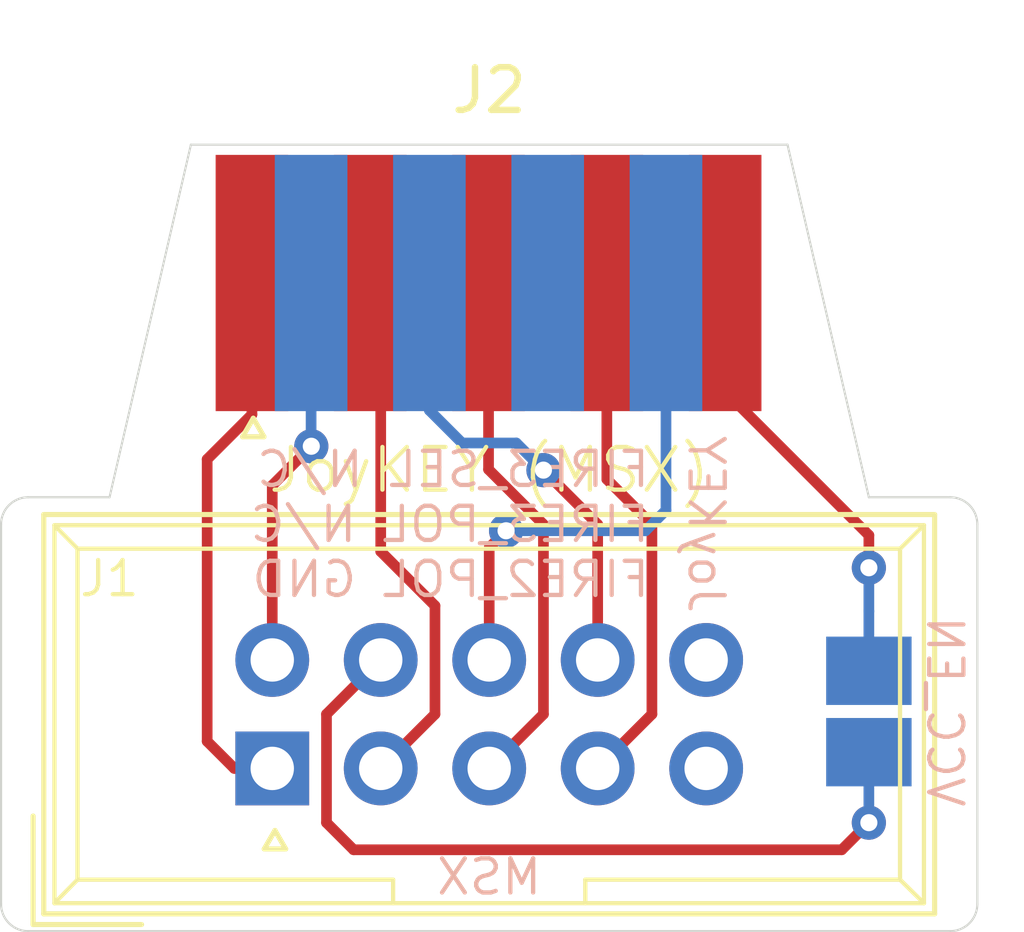
<source format=kicad_pcb>
(kicad_pcb (version 20171130) (host pcbnew "(5.1.8)-1")

  (general
    (thickness 1.6)
    (drawings 17)
    (tracks 49)
    (zones 0)
    (modules 3)
    (nets 10)
  )

  (page A4)
  (layers
    (0 F.Cu signal)
    (31 B.Cu signal)
    (32 B.Adhes user)
    (33 F.Adhes user)
    (34 B.Paste user)
    (35 F.Paste user)
    (36 B.SilkS user)
    (37 F.SilkS user)
    (38 B.Mask user)
    (39 F.Mask user)
    (40 Dwgs.User user)
    (41 Cmts.User user)
    (42 Eco1.User user)
    (43 Eco2.User user)
    (44 Edge.Cuts user)
    (45 Margin user)
    (46 B.CrtYd user)
    (47 F.CrtYd user)
    (48 B.Fab user)
    (49 F.Fab user)
  )

  (setup
    (last_trace_width 0.25)
    (trace_clearance 0.2)
    (zone_clearance 0.508)
    (zone_45_only no)
    (trace_min 0.2)
    (via_size 0.8)
    (via_drill 0.4)
    (via_min_size 0.4)
    (via_min_drill 0.3)
    (uvia_size 0.3)
    (uvia_drill 0.1)
    (uvias_allowed no)
    (uvia_min_size 0.2)
    (uvia_min_drill 0.1)
    (edge_width 0.05)
    (segment_width 0.2)
    (pcb_text_width 0.3)
    (pcb_text_size 1.5 1.5)
    (mod_edge_width 0.12)
    (mod_text_size 1 1)
    (mod_text_width 0.15)
    (pad_size 1.524 1.524)
    (pad_drill 0.762)
    (pad_to_mask_clearance 0)
    (aux_axis_origin 0 0)
    (visible_elements 7FFFFFFF)
    (pcbplotparams
      (layerselection 0x011fc_ffffffff)
      (usegerberextensions true)
      (usegerberattributes false)
      (usegerberadvancedattributes false)
      (creategerberjobfile false)
      (excludeedgelayer true)
      (linewidth 0.100000)
      (plotframeref false)
      (viasonmask false)
      (mode 1)
      (useauxorigin false)
      (hpglpennumber 1)
      (hpglpenspeed 20)
      (hpglpendiameter 15.000000)
      (psnegative false)
      (psa4output false)
      (plotreference true)
      (plotvalue true)
      (plotinvisibletext false)
      (padsonsilk false)
      (subtractmaskfromsilk false)
      (outputformat 1)
      (mirror false)
      (drillshape 0)
      (scaleselection 1)
      (outputdirectory "export/"))
  )

  (net 0 "")
  (net 1 GND)
  (net 2 /UP)
  (net 3 /DOWN)
  (net 4 /LEFT)
  (net 5 /RIGHT)
  (net 6 /FIRE2)
  (net 7 VCC)
  (net 8 /FIRE1)
  (net 9 "Net-(J1-Pad7)")

  (net_class Default "This is the default net class."
    (clearance 0.2)
    (trace_width 0.25)
    (via_dia 0.8)
    (via_drill 0.4)
    (uvia_dia 0.3)
    (uvia_drill 0.1)
    (add_net /DOWN)
    (add_net /FIRE1)
    (add_net /FIRE2)
    (add_net /LEFT)
    (add_net /RIGHT)
    (add_net /UP)
    (add_net GND)
    (add_net "Net-(J1-Pad7)")
    (add_net VCC)
  )

  (module RND_DSUB:DSUB-9_Female_Edge (layer F.Cu) (tedit 5FF655D5) (tstamp 5FD2AA8D)
    (at 142.24 78.105)
    (descr "Straight DE-9 connector, the blue kind with metal shield removed (solder to pads).")
    (tags "9-pin D-Sub connector straight vertical THT male pitch 2.77x2.84mm mounting holes distance 25mm")
    (path /5FD232F5)
    (fp_text reference J2 (at 0 -4.445 180) (layer F.SilkS)
      (effects (font (size 1 1) (thickness 0.15)))
    )
    (fp_text value MSX (at 0 -5.715 180) (layer F.Fab)
      (effects (font (size 1 1) (thickness 0.15)))
    )
    (fp_line (start -8.001 4.064) (end 8.001 4.064) (layer F.CrtYd) (width 0.05))
    (fp_line (start -8.001 -4.572) (end -8.001 4.064) (layer F.CrtYd) (width 0.05))
    (fp_line (start 8.001 -4.572) (end -8.001 -4.572) (layer F.CrtYd) (width 0.05))
    (fp_line (start 8.001 4.064) (end 8.001 -4.572) (layer F.CrtYd) (width 0.05))
    (fp_line (start 7.82557 2.022844) (end 6.926302 -3.077156) (layer Dwgs.User) (width 0.12))
    (fp_line (start -7.90737 2.022844) (end -7.008102 -3.077156) (layer Dwgs.User) (width 0.12))
    (fp_line (start 5.291521 -4.4489) (end -5.373321 -4.4489) (layer Dwgs.User) (width 0.12))
    (fp_line (start 6.190789 3.9711) (end -6.272589 3.9711) (layer Dwgs.User) (width 0.12))
    (fp_line (start 7.752587 2.033263) (end 6.853319 -3.066737) (layer F.Fab) (width 0.1))
    (fp_line (start -7.885187 2.033263) (end -6.985919 -3.066737) (layer F.Fab) (width 0.1))
    (fp_line (start 5.277627 -4.3889) (end -5.410227 -4.3889) (layer F.Fab) (width 0.1))
    (fp_line (start 6.176894 3.9111) (end -6.309494 3.9111) (layer F.Fab) (width 0.1))
    (fp_line (start -5.5245 3.230425) (end -5.2745 3.663438) (layer F.SilkS) (width 0.12))
    (fp_line (start -5.7745 3.663438) (end -5.5245 3.230425) (layer F.SilkS) (width 0.12))
    (fp_line (start -5.2745 3.663438) (end -5.7745 3.663438) (layer F.SilkS) (width 0.12))
    (fp_text user %R (at 4.1755 1.4375 180) (layer F.Fab)
      (effects (font (size 1 1) (thickness 0.15)))
    )
    (fp_arc (start -5.373321 -2.7889) (end -5.373321 -4.4489) (angle -80) (layer Dwgs.User) (width 0.12))
    (fp_arc (start 5.291521 -2.7889) (end 5.291521 -4.4489) (angle 80) (layer Dwgs.User) (width 0.12))
    (fp_arc (start -6.272589 2.3111) (end -6.272589 3.9711) (angle 100) (layer Dwgs.User) (width 0.12))
    (fp_arc (start 6.190789 2.3111) (end 6.190789 3.9711) (angle -100) (layer Dwgs.User) (width 0.12))
    (fp_arc (start -5.410227 -2.7889) (end -5.410227 -4.3889) (angle -80) (layer F.Fab) (width 0.1))
    (fp_arc (start 5.277627 -2.7889) (end 5.277627 -4.3889) (angle 80) (layer F.Fab) (width 0.1))
    (fp_arc (start -6.309494 2.3111) (end -6.309494 3.9111) (angle 100) (layer F.Fab) (width 0.1))
    (fp_arc (start 6.176894 2.3111) (end 6.176894 3.9111) (angle -100) (layer F.Fab) (width 0.1))
    (pad 6 smd rect (at -4.1705 0.0635 180) (size 1.7 6) (layers B.Cu B.Paste B.Mask)
      (net 8 /FIRE1))
    (pad 7 smd rect (at -1.4005 0.0635 180) (size 1.7 6) (layers B.Cu B.Paste B.Mask)
      (net 6 /FIRE2))
    (pad 8 smd rect (at 1.3695 0.0635 180) (size 1.7 6) (layers B.Cu B.Paste B.Mask))
    (pad 9 smd rect (at 4.1395 0.0635 180) (size 1.7 6) (layers B.Cu B.Paste B.Mask)
      (net 1 GND))
    (pad 1 smd rect (at -5.5555 0.0635 180) (size 1.7 6) (layers F.Cu F.Paste F.Mask)
      (net 2 /UP))
    (pad 2 smd rect (at -2.7855 0.0635 180) (size 1.7 6) (layers F.Cu F.Paste F.Mask)
      (net 3 /DOWN))
    (pad 3 smd rect (at -0.0155 0.0635 180) (size 1.7 6) (layers F.Cu F.Paste F.Mask)
      (net 4 /LEFT))
    (pad 4 smd rect (at 2.7545 0.0635 180) (size 1.7 6) (layers F.Cu F.Paste F.Mask)
      (net 5 /RIGHT))
    (pad 5 smd rect (at 5.5245 0.0635 180) (size 1.7 6) (layers F.Cu F.Paste F.Mask)
      (net 7 VCC))
    (model ${KISYS3DMOD}/Connectors_DSub.3dshapes/DSUB-9_Male_Vertical_Pitch2.77x2.84mm.wrl
      (at (xyz 0 0 0))
      (scale (xyz 1 1 1))
      (rotate (xyz 0 0 0))
    )
  )

  (module "C64 IDC:IDC_Joystick" (layer F.Cu) (tedit 5FD29ED6) (tstamp 5FD2915C)
    (at 137.16 89.535 90)
    (descr "Through hole straight IDC box header, 2x05, 2.54mm pitch, double rows")
    (tags "Through hole IDC box header THT 2x05 2.54mm double row")
    (path /5FD1F19D)
    (fp_text reference J1 (at 4.445 -3.81 180) (layer F.SilkS)
      (effects (font (size 0.8 0.8) (thickness 0.1)))
    )
    (fp_text value JoyKEY (at 1.27 16.764 90) (layer F.Fab)
      (effects (font (size 1 1) (thickness 0.15)))
    )
    (fp_line (start 5.695 -5.1) (end 5.695 15.26) (layer F.SilkS) (width 0.1))
    (fp_line (start 5.145 -4.56) (end 5.145 14.7) (layer F.SilkS) (width 0.1))
    (fp_line (start -3.155 -5.1) (end -3.155 15.26) (layer F.SilkS) (width 0.1))
    (fp_line (start -2.605 -4.56) (end -2.605 2.83) (layer F.SilkS) (width 0.1))
    (fp_line (start -2.605 7.33) (end -2.605 14.7) (layer F.SilkS) (width 0.1))
    (fp_line (start -2.605 2.83) (end -3.155 2.83) (layer F.SilkS) (width 0.1))
    (fp_line (start -2.605 7.33) (end -3.155 7.33) (layer F.SilkS) (width 0.1))
    (fp_line (start 5.695 -5.1) (end -3.155 -5.1) (layer F.SilkS) (width 0.1))
    (fp_line (start 5.145 -4.56) (end -2.605 -4.56) (layer F.SilkS) (width 0.1))
    (fp_line (start 5.695 15.26) (end -3.155 15.26) (layer F.SilkS) (width 0.1))
    (fp_line (start 5.145 14.7) (end -2.605 14.7) (layer F.SilkS) (width 0.1))
    (fp_line (start 5.695 -5.1) (end 5.145 -4.56) (layer F.SilkS) (width 0.1))
    (fp_line (start 5.695 15.26) (end 5.145 14.7) (layer F.SilkS) (width 0.1))
    (fp_line (start -3.155 -5.1) (end -2.605 -4.56) (layer F.SilkS) (width 0.1))
    (fp_line (start -3.155 15.26) (end -2.605 14.7) (layer F.SilkS) (width 0.1))
    (fp_line (start 5.95 -5.35) (end 5.95 15.51) (layer F.CrtYd) (width 0.05))
    (fp_line (start 5.95 15.51) (end -3.41 15.51) (layer F.CrtYd) (width 0.05))
    (fp_line (start -3.41 15.51) (end -3.41 -5.35) (layer F.CrtYd) (width 0.05))
    (fp_line (start -3.41 -5.35) (end 5.95 -5.35) (layer F.CrtYd) (width 0.05))
    (fp_line (start 5.945 -5.35) (end 5.945 15.51) (layer F.SilkS) (width 0.12))
    (fp_line (start 5.945 15.51) (end -3.405 15.51) (layer F.SilkS) (width 0.12))
    (fp_line (start -3.405 15.51) (end -3.405 -5.35) (layer F.SilkS) (width 0.12))
    (fp_line (start -3.405 -5.35) (end 5.945 -5.35) (layer F.SilkS) (width 0.12))
    (fp_line (start -3.655 -5.6) (end -3.655 -3.06) (layer F.SilkS) (width 0.12))
    (fp_line (start -3.655 -5.6) (end -1.115 -5.6) (layer F.SilkS) (width 0.12))
    (fp_line (start -1.452425 0.0635) (end -1.885438 0.3135) (layer F.SilkS) (width 0.12))
    (fp_line (start -1.885438 -0.1865) (end -1.452425 0.0635) (layer F.SilkS) (width 0.12))
    (fp_line (start -1.885438 0.3135) (end -1.885438 -0.1865) (layer F.SilkS) (width 0.12))
    (fp_text user %R (at 1.27 5.08 90) (layer F.Fab)
      (effects (font (size 1 1) (thickness 0.15)))
    )
    (pad 10 thru_hole oval (at 2.54 10.16 90) (size 1.7272 1.7272) (drill 1.016) (layers *.Cu *.Mask))
    (pad 9 thru_hole oval (at 2.54 7.62 90) (size 1.7272 1.7272) (drill 1.016) (layers *.Cu *.Mask)
      (net 6 /FIRE2))
    (pad 8 thru_hole oval (at 2.54 5.08 90) (size 1.7272 1.7272) (drill 1.016) (layers *.Cu *.Mask)
      (net 1 GND))
    (pad 7 thru_hole oval (at 2.54 2.54 90) (size 1.7272 1.7272) (drill 1.016) (layers *.Cu *.Mask)
      (net 9 "Net-(J1-Pad7)"))
    (pad 6 thru_hole oval (at 2.54 0 90) (size 1.7272 1.7272) (drill 1.016) (layers *.Cu *.Mask)
      (net 8 /FIRE1))
    (pad 5 thru_hole oval (at 0 10.16 90) (size 1.7272 1.7272) (drill 1.016) (layers *.Cu *.Mask))
    (pad 4 thru_hole oval (at 0 7.62 90) (size 1.7272 1.7272) (drill 1.016) (layers *.Cu *.Mask)
      (net 5 /RIGHT))
    (pad 3 thru_hole oval (at 0 5.08 90) (size 1.7272 1.7272) (drill 1.016) (layers *.Cu *.Mask)
      (net 4 /LEFT))
    (pad 2 thru_hole oval (at 0 2.54 90) (size 1.7272 1.7272) (drill 1.016) (layers *.Cu *.Mask)
      (net 3 /DOWN))
    (pad 1 thru_hole rect (at 0 0 90) (size 1.7272 1.7272) (drill 1.016) (layers *.Cu *.Mask)
      (net 2 /UP))
    (model ${KISYS3DMOD}/Connector_IDC.3dshapes/IDC-Header_2x05_P2.54mm_Vertical.wrl
      (at (xyz 0 0 0))
      (scale (xyz 1 1 1))
      (rotate (xyz 0 0 0))
    )
  )

  (module solder_bridge:bridge (layer B.Cu) (tedit 5FDA9DDC) (tstamp 600B581B)
    (at 151.13 89.154)
    (descr "Through hole straight pin header, 1x02, 1.00mm pitch, single row")
    (tags "Through hole pin header THT 1x02 1.00mm single row")
    (path /600B5A02)
    (fp_text reference JP1 (at 0 2.54) (layer B.SilkS) hide
      (effects (font (size 1 1) (thickness 0.15)) (justify mirror))
    )
    (fp_text value VCC_EN (at 0 -2.56) (layer B.Fab)
      (effects (font (size 1 1) (thickness 0.15)) (justify mirror))
    )
    (fp_text user %R (at 0 -3.81 180) (layer B.Fab)
      (effects (font (size 0.76 0.76) (thickness 0.114)) (justify mirror))
    )
    (pad 1 smd rect (at 0 0) (size 2 1.6) (layers B.Cu B.Paste B.Mask)
      (net 9 "Net-(J1-Pad7)"))
    (pad 2 smd rect (at 0 -1.905) (size 2 1.6) (layers B.Cu B.Paste B.Mask)
      (net 7 VCC))
    (model ${KISYS3DMOD}/Pin_Headers.3dshapes/Pin_Header_Straight_1x02_Pitch1.00mm.wrl
      (at (xyz 0 0 0))
      (scale (xyz 1 1 1))
      (rotate (xyz 0 0 0))
    )
  )

  (gr_text JoyKEY (at 147.32 83.82 270) (layer B.SilkS)
    (effects (font (size 0.8 0.8) (thickness 0.1)) (justify mirror))
  )
  (gr_text "FIRE3_SEL N/C\nFIRE3_POL N/C\nFIRE2_POL GND" (at 146.05 83.82) (layer B.SilkS)
    (effects (font (size 0.8 0.8) (thickness 0.1)) (justify left mirror))
  )
  (gr_text VCC_EN (at 152.908 88.2015 270) (layer B.SilkS) (tstamp 600B59A3)
    (effects (font (size 0.8 0.8) (thickness 0.1)) (justify mirror))
  )
  (gr_text MSX (at 142.24 92.075) (layer B.SilkS) (tstamp 5FF6B65F)
    (effects (font (size 0.8 0.8) (thickness 0.1)) (justify mirror))
  )
  (gr_text "JoyKEY (MSX)" (at 142.24 82.55) (layer F.SilkS) (tstamp 605F974B)
    (effects (font (size 1 1) (thickness 0.1)))
  )
  (gr_line (start 151.13 83.185) (end 153.035 83.185) (layer Edge.Cuts) (width 0.05) (tstamp 5FD2B03F))
  (gr_line (start 133.35 83.185) (end 131.445 83.185) (layer Edge.Cuts) (width 0.05) (tstamp 5FD2B03E))
  (gr_arc (start 153.035 83.82) (end 153.67 83.82) (angle -90) (layer Edge.Cuts) (width 0.05) (tstamp 5FD2B027))
  (gr_arc (start 131.445 83.82) (end 131.445 83.185) (angle -90) (layer Edge.Cuts) (width 0.05) (tstamp 5FD2B027))
  (gr_arc (start 131.445 92.71) (end 130.81 92.71) (angle -90) (layer Edge.Cuts) (width 0.05) (tstamp 5FD2B027))
  (gr_arc (start 153.035 92.71) (end 153.035 93.345) (angle -90) (layer Edge.Cuts) (width 0.05))
  (gr_line (start 149.225 74.93) (end 151.13 83.185) (layer Edge.Cuts) (width 0.05))
  (gr_line (start 135.255 74.93) (end 133.35 83.185) (layer Edge.Cuts) (width 0.05))
  (gr_line (start 153.67 83.82) (end 153.67 92.71) (layer Edge.Cuts) (width 0.05) (tstamp 5FD2AFB5))
  (gr_line (start 135.255 74.93) (end 149.225 74.93) (layer Edge.Cuts) (width 0.05))
  (gr_line (start 130.81 92.71) (end 130.81 83.82) (layer Edge.Cuts) (width 0.05))
  (gr_line (start 153.035 93.345) (end 131.445 93.345) (layer Edge.Cuts) (width 0.05))

  (via (at 142.634847 83.970153) (size 0.8) (drill 0.4) (layers F.Cu B.Cu) (net 1))
  (segment (start 142.24 84.365) (end 142.634847 83.970153) (width 0.25) (layer F.Cu) (net 1))
  (segment (start 142.24 86.995) (end 142.24 84.365) (width 0.25) (layer F.Cu) (net 1))
  (segment (start 142.634847 83.970153) (end 145.899847 83.970153) (width 0.25) (layer B.Cu) (net 1))
  (segment (start 146.3795 83.4905) (end 146.3795 78.1685) (width 0.25) (layer B.Cu) (net 1))
  (segment (start 145.899847 83.970153) (end 146.3795 83.4905) (width 0.25) (layer B.Cu) (net 1))
  (segment (start 136.271 89.535) (end 135.636 88.9) (width 0.25) (layer F.Cu) (net 2))
  (segment (start 137.16 89.535) (end 136.271 89.535) (width 0.25) (layer F.Cu) (net 2))
  (segment (start 136.6845 81.2475) (end 135.636 82.296) (width 0.25) (layer F.Cu) (net 2))
  (segment (start 136.6845 78.1685) (end 136.6845 81.2475) (width 0.25) (layer F.Cu) (net 2))
  (segment (start 135.636 88.9) (end 135.636 82.296) (width 0.25) (layer F.Cu) (net 2))
  (segment (start 140.97 88.265) (end 139.7 89.535) (width 0.25) (layer F.Cu) (net 3) (status 20))
  (segment (start 140.97 85.725) (end 140.97 88.265) (width 0.25) (layer F.Cu) (net 3))
  (segment (start 139.7 84.455) (end 140.97 85.725) (width 0.25) (layer F.Cu) (net 3))
  (segment (start 139.7 78.414) (end 139.7 84.455) (width 0.25) (layer F.Cu) (net 3) (status 10))
  (segment (start 139.4545 78.1685) (end 139.7 78.414) (width 0.25) (layer F.Cu) (net 3) (status 30))
  (segment (start 143.51 88.265) (end 142.24 89.535) (width 0.25) (layer F.Cu) (net 4))
  (segment (start 143.51 83.82) (end 143.51 88.265) (width 0.25) (layer F.Cu) (net 4))
  (segment (start 142.2245 82.5345) (end 143.51 83.82) (width 0.25) (layer F.Cu) (net 4))
  (segment (start 142.2245 78.1685) (end 142.2245 82.5345) (width 0.25) (layer F.Cu) (net 4))
  (segment (start 146.05 83.82) (end 144.9945 82.7645) (width 0.25) (layer F.Cu) (net 5))
  (segment (start 144.9945 82.7645) (end 144.9945 78.1685) (width 0.25) (layer F.Cu) (net 5))
  (segment (start 146.05 88.265) (end 146.05 83.82) (width 0.25) (layer F.Cu) (net 5))
  (segment (start 144.78 89.535) (end 146.05 88.265) (width 0.25) (layer F.Cu) (net 5))
  (via (at 143.51 82.55) (size 0.8) (drill 0.4) (layers F.Cu B.Cu) (net 6))
  (segment (start 140.8395 81.1495) (end 140.8395 78.1685) (width 0.25) (layer B.Cu) (net 6))
  (segment (start 141.605 81.915) (end 140.8395 81.1495) (width 0.25) (layer B.Cu) (net 6))
  (segment (start 142.875 81.915) (end 141.605 81.915) (width 0.25) (layer B.Cu) (net 6))
  (segment (start 143.51 82.55) (end 142.875 81.915) (width 0.25) (layer B.Cu) (net 6))
  (segment (start 144.78 83.82) (end 143.51 82.55) (width 0.25) (layer F.Cu) (net 6))
  (segment (start 144.78 86.995) (end 144.78 83.82) (width 0.25) (layer F.Cu) (net 6))
  (segment (start 151.13 87.249) (end 151.13 85.852) (width 0.25) (layer B.Cu) (net 7))
  (segment (start 151.13 85.852) (end 151.13 84.83599) (width 0.25) (layer B.Cu) (net 7))
  (via (at 151.13 84.83599) (size 0.8) (drill 0.4) (layers F.Cu B.Cu) (net 7))
  (segment (start 151.13 84.074) (end 151.13 84.83599) (width 0.25) (layer F.Cu) (net 7))
  (segment (start 147.7645 80.7085) (end 151.13 84.074) (width 0.25) (layer F.Cu) (net 7))
  (segment (start 147.7645 78.1685) (end 147.7645 80.7085) (width 0.25) (layer F.Cu) (net 7))
  (segment (start 138.0695 78.1685) (end 138.0695 81.9863) (width 0.25) (layer B.Cu) (net 8))
  (segment (start 138.0695 81.9863) (end 138.0744 81.9912) (width 0.25) (layer B.Cu) (net 8))
  (segment (start 137.16 82.9056) (end 138.0744 81.9912) (width 0.25) (layer F.Cu) (net 8))
  (segment (start 137.16 86.995) (end 137.16 82.9056) (width 0.25) (layer F.Cu) (net 8))
  (via (at 138.0744 81.9912) (size 0.8) (drill 0.4) (layers F.Cu B.Cu) (net 8))
  (segment (start 139.7 86.995) (end 138.43 88.265) (width 0.25) (layer F.Cu) (net 9))
  (segment (start 138.43 88.265) (end 138.43 90.805) (width 0.25) (layer F.Cu) (net 9))
  (segment (start 138.43 90.805) (end 139.065 91.44) (width 0.25) (layer F.Cu) (net 9))
  (segment (start 139.065 91.44) (end 150.495 91.44) (width 0.25) (layer F.Cu) (net 9))
  (via (at 151.13 90.805) (size 0.8) (drill 0.4) (layers F.Cu B.Cu) (net 9))
  (segment (start 150.495 91.44) (end 151.13 90.805) (width 0.25) (layer F.Cu) (net 9))
  (segment (start 151.13 90.805) (end 151.13 89.154) (width 0.25) (layer B.Cu) (net 9))

)

</source>
